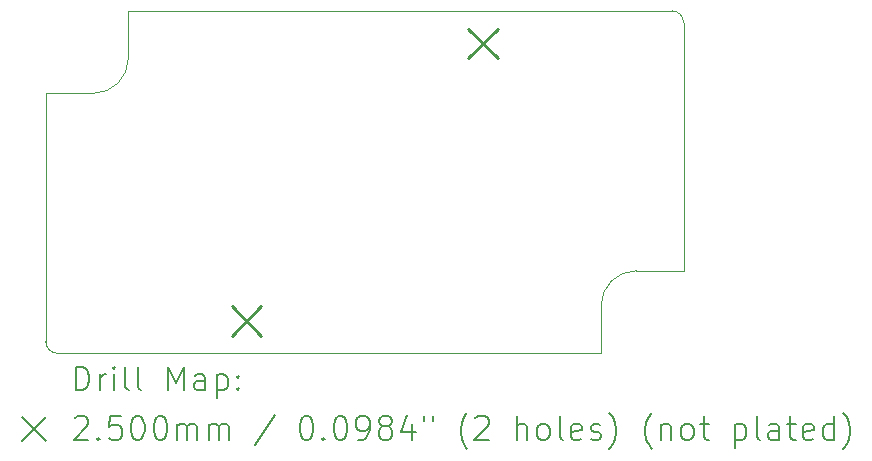
<source format=gbr>
%FSLAX45Y45*%
G04 Gerber Fmt 4.5, Leading zero omitted, Abs format (unit mm)*
G04 Created by KiCad (PCBNEW (6.0.2)) date 2022-08-31 11:18:58*
%MOMM*%
%LPD*%
G01*
G04 APERTURE LIST*
%TA.AperFunction,Profile*%
%ADD10C,0.038100*%
%TD*%
%ADD11C,0.200000*%
%ADD12C,0.250000*%
G04 APERTURE END LIST*
D10*
X16370000Y-10400000D02*
X11770000Y-10400000D01*
X12370000Y-7500000D02*
X12370000Y-7900000D01*
X16370000Y-10000000D02*
X16370000Y-10400000D01*
X12070000Y-8200000D02*
X11670000Y-8200000D01*
X17070000Y-7600000D02*
X17070000Y-9700000D01*
X16670000Y-9700000D02*
X17070000Y-9700000D01*
X12370000Y-7500000D02*
X16970000Y-7500000D01*
X17070000Y-7600000D02*
G75*
G03*
X16970000Y-7500000I-100000J0D01*
G01*
X11670000Y-10300000D02*
X11670000Y-8200000D01*
X11670000Y-10300000D02*
G75*
G03*
X11770000Y-10400000I100000J0D01*
G01*
X16670000Y-9700000D02*
G75*
G03*
X16370000Y-10000000I0J-300000D01*
G01*
X12070000Y-8200000D02*
G75*
G03*
X12370000Y-7900000I0J300000D01*
G01*
D11*
D12*
X13245000Y-10000000D02*
X13495000Y-10250000D01*
X13495000Y-10000000D02*
X13245000Y-10250000D01*
X15245000Y-7650000D02*
X15495000Y-7900000D01*
X15495000Y-7650000D02*
X15245000Y-7900000D01*
D11*
X11925714Y-10712381D02*
X11925714Y-10512381D01*
X11973333Y-10512381D01*
X12001904Y-10521905D01*
X12020952Y-10540953D01*
X12030476Y-10560000D01*
X12040000Y-10598095D01*
X12040000Y-10626667D01*
X12030476Y-10664762D01*
X12020952Y-10683810D01*
X12001904Y-10702857D01*
X11973333Y-10712381D01*
X11925714Y-10712381D01*
X12125714Y-10712381D02*
X12125714Y-10579048D01*
X12125714Y-10617143D02*
X12135238Y-10598095D01*
X12144762Y-10588572D01*
X12163809Y-10579048D01*
X12182857Y-10579048D01*
X12249523Y-10712381D02*
X12249523Y-10579048D01*
X12249523Y-10512381D02*
X12240000Y-10521905D01*
X12249523Y-10531429D01*
X12259047Y-10521905D01*
X12249523Y-10512381D01*
X12249523Y-10531429D01*
X12373333Y-10712381D02*
X12354285Y-10702857D01*
X12344762Y-10683810D01*
X12344762Y-10512381D01*
X12478095Y-10712381D02*
X12459047Y-10702857D01*
X12449523Y-10683810D01*
X12449523Y-10512381D01*
X12706666Y-10712381D02*
X12706666Y-10512381D01*
X12773333Y-10655238D01*
X12840000Y-10512381D01*
X12840000Y-10712381D01*
X13020952Y-10712381D02*
X13020952Y-10607619D01*
X13011428Y-10588572D01*
X12992381Y-10579048D01*
X12954285Y-10579048D01*
X12935238Y-10588572D01*
X13020952Y-10702857D02*
X13001904Y-10712381D01*
X12954285Y-10712381D01*
X12935238Y-10702857D01*
X12925714Y-10683810D01*
X12925714Y-10664762D01*
X12935238Y-10645715D01*
X12954285Y-10636191D01*
X13001904Y-10636191D01*
X13020952Y-10626667D01*
X13116190Y-10579048D02*
X13116190Y-10779048D01*
X13116190Y-10588572D02*
X13135238Y-10579048D01*
X13173333Y-10579048D01*
X13192381Y-10588572D01*
X13201904Y-10598095D01*
X13211428Y-10617143D01*
X13211428Y-10674286D01*
X13201904Y-10693334D01*
X13192381Y-10702857D01*
X13173333Y-10712381D01*
X13135238Y-10712381D01*
X13116190Y-10702857D01*
X13297143Y-10693334D02*
X13306666Y-10702857D01*
X13297143Y-10712381D01*
X13287619Y-10702857D01*
X13297143Y-10693334D01*
X13297143Y-10712381D01*
X13297143Y-10588572D02*
X13306666Y-10598095D01*
X13297143Y-10607619D01*
X13287619Y-10598095D01*
X13297143Y-10588572D01*
X13297143Y-10607619D01*
X11468095Y-10941905D02*
X11668095Y-11141905D01*
X11668095Y-10941905D02*
X11468095Y-11141905D01*
X11916190Y-10951429D02*
X11925714Y-10941905D01*
X11944762Y-10932381D01*
X11992381Y-10932381D01*
X12011428Y-10941905D01*
X12020952Y-10951429D01*
X12030476Y-10970476D01*
X12030476Y-10989524D01*
X12020952Y-11018095D01*
X11906666Y-11132381D01*
X12030476Y-11132381D01*
X12116190Y-11113334D02*
X12125714Y-11122857D01*
X12116190Y-11132381D01*
X12106666Y-11122857D01*
X12116190Y-11113334D01*
X12116190Y-11132381D01*
X12306666Y-10932381D02*
X12211428Y-10932381D01*
X12201904Y-11027619D01*
X12211428Y-11018095D01*
X12230476Y-11008572D01*
X12278095Y-11008572D01*
X12297143Y-11018095D01*
X12306666Y-11027619D01*
X12316190Y-11046667D01*
X12316190Y-11094286D01*
X12306666Y-11113334D01*
X12297143Y-11122857D01*
X12278095Y-11132381D01*
X12230476Y-11132381D01*
X12211428Y-11122857D01*
X12201904Y-11113334D01*
X12440000Y-10932381D02*
X12459047Y-10932381D01*
X12478095Y-10941905D01*
X12487619Y-10951429D01*
X12497143Y-10970476D01*
X12506666Y-11008572D01*
X12506666Y-11056191D01*
X12497143Y-11094286D01*
X12487619Y-11113334D01*
X12478095Y-11122857D01*
X12459047Y-11132381D01*
X12440000Y-11132381D01*
X12420952Y-11122857D01*
X12411428Y-11113334D01*
X12401904Y-11094286D01*
X12392381Y-11056191D01*
X12392381Y-11008572D01*
X12401904Y-10970476D01*
X12411428Y-10951429D01*
X12420952Y-10941905D01*
X12440000Y-10932381D01*
X12630476Y-10932381D02*
X12649523Y-10932381D01*
X12668571Y-10941905D01*
X12678095Y-10951429D01*
X12687619Y-10970476D01*
X12697143Y-11008572D01*
X12697143Y-11056191D01*
X12687619Y-11094286D01*
X12678095Y-11113334D01*
X12668571Y-11122857D01*
X12649523Y-11132381D01*
X12630476Y-11132381D01*
X12611428Y-11122857D01*
X12601904Y-11113334D01*
X12592381Y-11094286D01*
X12582857Y-11056191D01*
X12582857Y-11008572D01*
X12592381Y-10970476D01*
X12601904Y-10951429D01*
X12611428Y-10941905D01*
X12630476Y-10932381D01*
X12782857Y-11132381D02*
X12782857Y-10999048D01*
X12782857Y-11018095D02*
X12792381Y-11008572D01*
X12811428Y-10999048D01*
X12840000Y-10999048D01*
X12859047Y-11008572D01*
X12868571Y-11027619D01*
X12868571Y-11132381D01*
X12868571Y-11027619D02*
X12878095Y-11008572D01*
X12897143Y-10999048D01*
X12925714Y-10999048D01*
X12944762Y-11008572D01*
X12954285Y-11027619D01*
X12954285Y-11132381D01*
X13049523Y-11132381D02*
X13049523Y-10999048D01*
X13049523Y-11018095D02*
X13059047Y-11008572D01*
X13078095Y-10999048D01*
X13106666Y-10999048D01*
X13125714Y-11008572D01*
X13135238Y-11027619D01*
X13135238Y-11132381D01*
X13135238Y-11027619D02*
X13144762Y-11008572D01*
X13163809Y-10999048D01*
X13192381Y-10999048D01*
X13211428Y-11008572D01*
X13220952Y-11027619D01*
X13220952Y-11132381D01*
X13611428Y-10922857D02*
X13440000Y-11180000D01*
X13868571Y-10932381D02*
X13887619Y-10932381D01*
X13906666Y-10941905D01*
X13916190Y-10951429D01*
X13925714Y-10970476D01*
X13935238Y-11008572D01*
X13935238Y-11056191D01*
X13925714Y-11094286D01*
X13916190Y-11113334D01*
X13906666Y-11122857D01*
X13887619Y-11132381D01*
X13868571Y-11132381D01*
X13849523Y-11122857D01*
X13840000Y-11113334D01*
X13830476Y-11094286D01*
X13820952Y-11056191D01*
X13820952Y-11008572D01*
X13830476Y-10970476D01*
X13840000Y-10951429D01*
X13849523Y-10941905D01*
X13868571Y-10932381D01*
X14020952Y-11113334D02*
X14030476Y-11122857D01*
X14020952Y-11132381D01*
X14011428Y-11122857D01*
X14020952Y-11113334D01*
X14020952Y-11132381D01*
X14154285Y-10932381D02*
X14173333Y-10932381D01*
X14192381Y-10941905D01*
X14201904Y-10951429D01*
X14211428Y-10970476D01*
X14220952Y-11008572D01*
X14220952Y-11056191D01*
X14211428Y-11094286D01*
X14201904Y-11113334D01*
X14192381Y-11122857D01*
X14173333Y-11132381D01*
X14154285Y-11132381D01*
X14135238Y-11122857D01*
X14125714Y-11113334D01*
X14116190Y-11094286D01*
X14106666Y-11056191D01*
X14106666Y-11008572D01*
X14116190Y-10970476D01*
X14125714Y-10951429D01*
X14135238Y-10941905D01*
X14154285Y-10932381D01*
X14316190Y-11132381D02*
X14354285Y-11132381D01*
X14373333Y-11122857D01*
X14382857Y-11113334D01*
X14401904Y-11084762D01*
X14411428Y-11046667D01*
X14411428Y-10970476D01*
X14401904Y-10951429D01*
X14392381Y-10941905D01*
X14373333Y-10932381D01*
X14335238Y-10932381D01*
X14316190Y-10941905D01*
X14306666Y-10951429D01*
X14297143Y-10970476D01*
X14297143Y-11018095D01*
X14306666Y-11037143D01*
X14316190Y-11046667D01*
X14335238Y-11056191D01*
X14373333Y-11056191D01*
X14392381Y-11046667D01*
X14401904Y-11037143D01*
X14411428Y-11018095D01*
X14525714Y-11018095D02*
X14506666Y-11008572D01*
X14497143Y-10999048D01*
X14487619Y-10980000D01*
X14487619Y-10970476D01*
X14497143Y-10951429D01*
X14506666Y-10941905D01*
X14525714Y-10932381D01*
X14563809Y-10932381D01*
X14582857Y-10941905D01*
X14592381Y-10951429D01*
X14601904Y-10970476D01*
X14601904Y-10980000D01*
X14592381Y-10999048D01*
X14582857Y-11008572D01*
X14563809Y-11018095D01*
X14525714Y-11018095D01*
X14506666Y-11027619D01*
X14497143Y-11037143D01*
X14487619Y-11056191D01*
X14487619Y-11094286D01*
X14497143Y-11113334D01*
X14506666Y-11122857D01*
X14525714Y-11132381D01*
X14563809Y-11132381D01*
X14582857Y-11122857D01*
X14592381Y-11113334D01*
X14601904Y-11094286D01*
X14601904Y-11056191D01*
X14592381Y-11037143D01*
X14582857Y-11027619D01*
X14563809Y-11018095D01*
X14773333Y-10999048D02*
X14773333Y-11132381D01*
X14725714Y-10922857D02*
X14678095Y-11065715D01*
X14801904Y-11065715D01*
X14868571Y-10932381D02*
X14868571Y-10970476D01*
X14944762Y-10932381D02*
X14944762Y-10970476D01*
X15240000Y-11208572D02*
X15230476Y-11199048D01*
X15211428Y-11170476D01*
X15201904Y-11151429D01*
X15192381Y-11122857D01*
X15182857Y-11075238D01*
X15182857Y-11037143D01*
X15192381Y-10989524D01*
X15201904Y-10960953D01*
X15211428Y-10941905D01*
X15230476Y-10913334D01*
X15240000Y-10903810D01*
X15306666Y-10951429D02*
X15316190Y-10941905D01*
X15335238Y-10932381D01*
X15382857Y-10932381D01*
X15401904Y-10941905D01*
X15411428Y-10951429D01*
X15420952Y-10970476D01*
X15420952Y-10989524D01*
X15411428Y-11018095D01*
X15297143Y-11132381D01*
X15420952Y-11132381D01*
X15659047Y-11132381D02*
X15659047Y-10932381D01*
X15744762Y-11132381D02*
X15744762Y-11027619D01*
X15735238Y-11008572D01*
X15716190Y-10999048D01*
X15687619Y-10999048D01*
X15668571Y-11008572D01*
X15659047Y-11018095D01*
X15868571Y-11132381D02*
X15849523Y-11122857D01*
X15840000Y-11113334D01*
X15830476Y-11094286D01*
X15830476Y-11037143D01*
X15840000Y-11018095D01*
X15849523Y-11008572D01*
X15868571Y-10999048D01*
X15897143Y-10999048D01*
X15916190Y-11008572D01*
X15925714Y-11018095D01*
X15935238Y-11037143D01*
X15935238Y-11094286D01*
X15925714Y-11113334D01*
X15916190Y-11122857D01*
X15897143Y-11132381D01*
X15868571Y-11132381D01*
X16049523Y-11132381D02*
X16030476Y-11122857D01*
X16020952Y-11103810D01*
X16020952Y-10932381D01*
X16201904Y-11122857D02*
X16182857Y-11132381D01*
X16144762Y-11132381D01*
X16125714Y-11122857D01*
X16116190Y-11103810D01*
X16116190Y-11027619D01*
X16125714Y-11008572D01*
X16144762Y-10999048D01*
X16182857Y-10999048D01*
X16201904Y-11008572D01*
X16211428Y-11027619D01*
X16211428Y-11046667D01*
X16116190Y-11065715D01*
X16287619Y-11122857D02*
X16306666Y-11132381D01*
X16344762Y-11132381D01*
X16363809Y-11122857D01*
X16373333Y-11103810D01*
X16373333Y-11094286D01*
X16363809Y-11075238D01*
X16344762Y-11065715D01*
X16316190Y-11065715D01*
X16297143Y-11056191D01*
X16287619Y-11037143D01*
X16287619Y-11027619D01*
X16297143Y-11008572D01*
X16316190Y-10999048D01*
X16344762Y-10999048D01*
X16363809Y-11008572D01*
X16440000Y-11208572D02*
X16449523Y-11199048D01*
X16468571Y-11170476D01*
X16478095Y-11151429D01*
X16487619Y-11122857D01*
X16497143Y-11075238D01*
X16497143Y-11037143D01*
X16487619Y-10989524D01*
X16478095Y-10960953D01*
X16468571Y-10941905D01*
X16449523Y-10913334D01*
X16440000Y-10903810D01*
X16801905Y-11208572D02*
X16792381Y-11199048D01*
X16773333Y-11170476D01*
X16763809Y-11151429D01*
X16754285Y-11122857D01*
X16744762Y-11075238D01*
X16744762Y-11037143D01*
X16754285Y-10989524D01*
X16763809Y-10960953D01*
X16773333Y-10941905D01*
X16792381Y-10913334D01*
X16801905Y-10903810D01*
X16878095Y-10999048D02*
X16878095Y-11132381D01*
X16878095Y-11018095D02*
X16887619Y-11008572D01*
X16906666Y-10999048D01*
X16935238Y-10999048D01*
X16954285Y-11008572D01*
X16963809Y-11027619D01*
X16963809Y-11132381D01*
X17087619Y-11132381D02*
X17068571Y-11122857D01*
X17059047Y-11113334D01*
X17049524Y-11094286D01*
X17049524Y-11037143D01*
X17059047Y-11018095D01*
X17068571Y-11008572D01*
X17087619Y-10999048D01*
X17116190Y-10999048D01*
X17135238Y-11008572D01*
X17144762Y-11018095D01*
X17154285Y-11037143D01*
X17154285Y-11094286D01*
X17144762Y-11113334D01*
X17135238Y-11122857D01*
X17116190Y-11132381D01*
X17087619Y-11132381D01*
X17211428Y-10999048D02*
X17287619Y-10999048D01*
X17240000Y-10932381D02*
X17240000Y-11103810D01*
X17249524Y-11122857D01*
X17268571Y-11132381D01*
X17287619Y-11132381D01*
X17506666Y-10999048D02*
X17506666Y-11199048D01*
X17506666Y-11008572D02*
X17525714Y-10999048D01*
X17563809Y-10999048D01*
X17582857Y-11008572D01*
X17592381Y-11018095D01*
X17601905Y-11037143D01*
X17601905Y-11094286D01*
X17592381Y-11113334D01*
X17582857Y-11122857D01*
X17563809Y-11132381D01*
X17525714Y-11132381D01*
X17506666Y-11122857D01*
X17716190Y-11132381D02*
X17697143Y-11122857D01*
X17687619Y-11103810D01*
X17687619Y-10932381D01*
X17878095Y-11132381D02*
X17878095Y-11027619D01*
X17868571Y-11008572D01*
X17849524Y-10999048D01*
X17811428Y-10999048D01*
X17792381Y-11008572D01*
X17878095Y-11122857D02*
X17859047Y-11132381D01*
X17811428Y-11132381D01*
X17792381Y-11122857D01*
X17782857Y-11103810D01*
X17782857Y-11084762D01*
X17792381Y-11065715D01*
X17811428Y-11056191D01*
X17859047Y-11056191D01*
X17878095Y-11046667D01*
X17944762Y-10999048D02*
X18020952Y-10999048D01*
X17973333Y-10932381D02*
X17973333Y-11103810D01*
X17982857Y-11122857D01*
X18001905Y-11132381D01*
X18020952Y-11132381D01*
X18163809Y-11122857D02*
X18144762Y-11132381D01*
X18106666Y-11132381D01*
X18087619Y-11122857D01*
X18078095Y-11103810D01*
X18078095Y-11027619D01*
X18087619Y-11008572D01*
X18106666Y-10999048D01*
X18144762Y-10999048D01*
X18163809Y-11008572D01*
X18173333Y-11027619D01*
X18173333Y-11046667D01*
X18078095Y-11065715D01*
X18344762Y-11132381D02*
X18344762Y-10932381D01*
X18344762Y-11122857D02*
X18325714Y-11132381D01*
X18287619Y-11132381D01*
X18268571Y-11122857D01*
X18259047Y-11113334D01*
X18249524Y-11094286D01*
X18249524Y-11037143D01*
X18259047Y-11018095D01*
X18268571Y-11008572D01*
X18287619Y-10999048D01*
X18325714Y-10999048D01*
X18344762Y-11008572D01*
X18420952Y-11208572D02*
X18430476Y-11199048D01*
X18449524Y-11170476D01*
X18459047Y-11151429D01*
X18468571Y-11122857D01*
X18478095Y-11075238D01*
X18478095Y-11037143D01*
X18468571Y-10989524D01*
X18459047Y-10960953D01*
X18449524Y-10941905D01*
X18430476Y-10913334D01*
X18420952Y-10903810D01*
M02*

</source>
